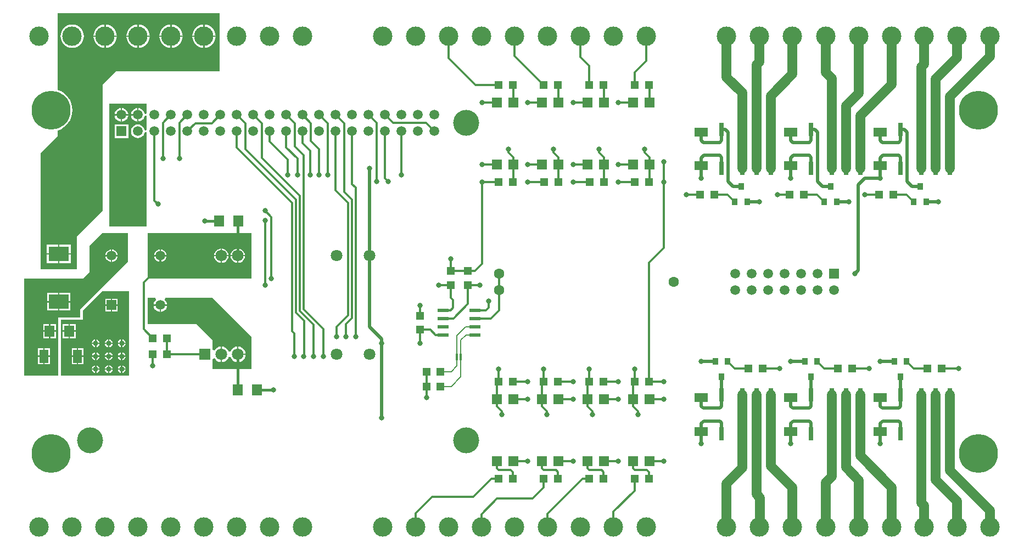
<source format=gtl>
%FSLAX44Y44*%
%MOMM*%
G71*
G01*
G75*
G04 Layer_Physical_Order=1*
G04 Layer_Color=255*
%ADD10R,1.3000X1.3000*%
%ADD11R,0.8500X1.0000*%
%ADD12R,0.8500X1.0000*%
%ADD13R,1.9998X1.3995*%
%ADD14R,1.9998X1.3995*%
%ADD15R,3.1000X2.3000*%
%ADD16R,1.6000X1.8000*%
%ADD17R,1.3000X1.3000*%
%ADD18R,1.8000X0.4995*%
%ADD19R,1.2700X1.2700*%
%ADD20R,1.2700X1.2700*%
%ADD21R,0.3000X1.0000*%
%ADD22R,1.5000X1.5000*%
%ADD23R,0.8000X2.0000*%
%ADD24R,1.3995X1.9998*%
%ADD25R,1.3995X1.9998*%
%ADD26C,0.3000*%
%ADD27C,0.4000*%
%ADD28C,0.5000*%
%ADD29C,0.2000*%
%ADD30C,1.5000*%
%ADD31C,3.0000*%
%ADD32R,1.5000X1.5000*%
%ADD33C,1.5000*%
%ADD34R,1.8000X1.8000*%
%ADD35C,1.8000*%
%ADD36C,1.6000*%
%ADD37C,6.0000*%
%ADD38C,4.0000*%
%ADD39C,0.8000*%
G36*
X369000Y430000D02*
X209000D01*
Y500000D01*
X369000D01*
Y430000D01*
D02*
G37*
G36*
Y340000D02*
Y290000D01*
X309000D01*
Y300800D01*
X309300D01*
Y305539D01*
X312218Y306748D01*
X314142Y304242D01*
X316648Y302318D01*
X319567Y301109D01*
X321700Y300828D01*
Y312800D01*
Y324772D01*
X319567Y324491D01*
X316648Y323282D01*
X314142Y321358D01*
X312218Y318852D01*
X309300Y320061D01*
Y324800D01*
X309000D01*
Y335000D01*
X284000Y360000D01*
X209000D01*
Y400000D01*
X221051D01*
X222015Y397159D01*
X221011Y396389D01*
X219328Y394195D01*
X218270Y391641D01*
X218041Y389900D01*
X238959D01*
X238730Y391641D01*
X237672Y394195D01*
X235989Y396389D01*
X234984Y397159D01*
X235949Y400000D01*
X309000D01*
X369000Y340000D01*
D02*
G37*
G36*
X207500Y684295D02*
X206050Y684200D01*
Y684200D01*
X204506Y684099D01*
X204330Y685441D01*
X203272Y687995D01*
X201589Y690189D01*
X199395Y691872D01*
X196841Y692930D01*
X195100Y693159D01*
Y682700D01*
Y672241D01*
X196841Y672470D01*
X199395Y673528D01*
X201589Y675211D01*
X203272Y677405D01*
X204330Y679959D01*
X204506Y681301D01*
X206050Y681200D01*
Y681200D01*
X207500Y681105D01*
Y658895D01*
X206050Y658800D01*
Y658800D01*
X204506Y658699D01*
X204330Y660041D01*
X203272Y662595D01*
X201589Y664789D01*
X199395Y666472D01*
X196841Y667530D01*
X194100Y667891D01*
X191359Y667530D01*
X188805Y666472D01*
X186611Y664789D01*
X184928Y662595D01*
X183870Y660041D01*
X183509Y657300D01*
X183870Y654559D01*
X184928Y652005D01*
X186611Y649811D01*
X188805Y648128D01*
X191359Y647070D01*
X194100Y646709D01*
X196841Y647070D01*
X199395Y648128D01*
X201589Y649811D01*
X203272Y652005D01*
X204330Y654559D01*
X204506Y655901D01*
X206050Y655800D01*
Y655800D01*
X207500Y655705D01*
Y510000D01*
X150000D01*
Y700000D01*
X207500D01*
Y684295D01*
D02*
G37*
G36*
X320000Y750000D02*
X160000D01*
X140000Y730000D01*
Y535000D01*
X100000Y495000D01*
Y444000D01*
X44000D01*
Y624000D01*
X70000Y650000D01*
Y658463D01*
X70229Y658518D01*
X75028Y660506D01*
X79457Y663220D01*
X83407Y666593D01*
X86780Y670543D01*
X89494Y674972D01*
X91482Y679771D01*
X92695Y684822D01*
X93102Y690000D01*
X92695Y695178D01*
X91482Y700229D01*
X89494Y705028D01*
X86780Y709457D01*
X83407Y713407D01*
X79457Y716780D01*
X75028Y719494D01*
X70229Y721482D01*
X70000Y721537D01*
Y840000D01*
X320000D01*
Y750000D01*
D02*
G37*
G36*
X180000Y280000D02*
X75000D01*
Y366000D01*
X109000D01*
Y380000D01*
X139000Y410000D01*
X180000D01*
Y280000D01*
D02*
G37*
G36*
X179000Y456000D02*
X105000Y382000D01*
Y370000D01*
X71000D01*
Y280000D01*
X19000D01*
Y430000D01*
X109000D01*
X119000Y440000D01*
Y480000D01*
X139000Y500000D01*
X179000D01*
Y456000D01*
D02*
G37*
%LPC*%
G36*
X134919Y329000D02*
X130000D01*
Y324081D01*
X131341Y324348D01*
X133326Y325674D01*
X134652Y327659D01*
X134919Y329000D01*
D02*
G37*
G36*
X128000D02*
X123081D01*
X123348Y327659D01*
X124674Y325674D01*
X126659Y324348D01*
X128000Y324081D01*
Y329000D01*
D02*
G37*
G36*
X347100Y324772D02*
X344967Y324491D01*
X342048Y323282D01*
X339542Y321358D01*
X337618Y318852D01*
X336900Y317118D01*
X333900D01*
X333182Y318852D01*
X331259Y321358D01*
X328752Y323282D01*
X325833Y324491D01*
X323700Y324772D01*
Y312800D01*
Y300828D01*
X325833Y301109D01*
X328752Y302318D01*
X331259Y304242D01*
X333182Y306748D01*
X333900Y308482D01*
X336900D01*
X337618Y306748D01*
X339542Y304242D01*
X342048Y302318D01*
X344967Y301109D01*
X347100Y300828D01*
Y312800D01*
Y324772D01*
D02*
G37*
G36*
X168000Y329000D02*
X163081D01*
X163348Y327659D01*
X164674Y325674D01*
X166659Y324348D01*
X168000Y324081D01*
Y329000D01*
D02*
G37*
G36*
X154919D02*
X150000D01*
Y324081D01*
X151341Y324348D01*
X153326Y325674D01*
X154652Y327659D01*
X154919Y329000D01*
D02*
G37*
G36*
X148000D02*
X143081D01*
X143348Y327659D01*
X144674Y325674D01*
X146659Y324348D01*
X148000Y324081D01*
Y329000D01*
D02*
G37*
G36*
X150000Y315919D02*
Y311000D01*
X154919D01*
X154652Y312341D01*
X153326Y314326D01*
X151341Y315652D01*
X150000Y315919D01*
D02*
G37*
G36*
X148000D02*
X146659Y315652D01*
X144674Y314326D01*
X143348Y312341D01*
X143081Y311000D01*
X148000D01*
Y315919D01*
D02*
G37*
G36*
X130000D02*
Y311000D01*
X134919D01*
X134652Y312341D01*
X133326Y314326D01*
X131341Y315652D01*
X130000Y315919D01*
D02*
G37*
G36*
X349100Y324772D02*
Y313800D01*
X360072D01*
X359791Y315933D01*
X358582Y318852D01*
X356659Y321358D01*
X354152Y323282D01*
X351233Y324491D01*
X349100Y324772D01*
D02*
G37*
G36*
X170000Y315919D02*
Y311000D01*
X174919D01*
X174652Y312341D01*
X173326Y314326D01*
X171341Y315652D01*
X170000Y315919D01*
D02*
G37*
G36*
X168000D02*
X166659Y315652D01*
X164674Y314326D01*
X163348Y312341D01*
X163081Y311000D01*
X168000D01*
Y315919D01*
D02*
G37*
G36*
X174919Y329000D02*
X170000D01*
Y324081D01*
X171341Y324348D01*
X173326Y325674D01*
X174652Y327659D01*
X174919Y329000D01*
D02*
G37*
G36*
X168000Y335919D02*
X166659Y335652D01*
X164674Y334326D01*
X163348Y332341D01*
X163081Y331000D01*
X168000D01*
Y335919D01*
D02*
G37*
G36*
X150000D02*
Y331000D01*
X154919D01*
X154652Y332341D01*
X153326Y334326D01*
X151341Y335652D01*
X150000Y335919D01*
D02*
G37*
G36*
X57000Y360000D02*
X48000D01*
Y350000D01*
X57000D01*
Y360000D01*
D02*
G37*
G36*
X68000Y348000D02*
X59000D01*
Y338000D01*
X68000D01*
Y348000D01*
D02*
G37*
G36*
X57000D02*
X48000D01*
Y338000D01*
X57000D01*
Y348000D01*
D02*
G37*
G36*
X170000Y335919D02*
Y331000D01*
X174919D01*
X174652Y332341D01*
X173326Y334326D01*
X171341Y335652D01*
X170000Y335919D01*
D02*
G37*
G36*
X87000Y348000D02*
X78000D01*
Y338000D01*
X87000D01*
Y348000D01*
D02*
G37*
G36*
X128000Y335919D02*
X126659Y335652D01*
X124674Y334326D01*
X123348Y332341D01*
X123081Y331000D01*
X128000D01*
Y335919D01*
D02*
G37*
G36*
X98000Y348000D02*
X89000D01*
Y338000D01*
X98000D01*
Y348000D01*
D02*
G37*
G36*
X148000Y335919D02*
X146659Y335652D01*
X144674Y334326D01*
X143348Y332341D01*
X143081Y331000D01*
X148000D01*
Y335919D01*
D02*
G37*
G36*
X130000D02*
Y331000D01*
X134919D01*
X134652Y332341D01*
X133326Y334326D01*
X131341Y335652D01*
X130000Y335919D01*
D02*
G37*
G36*
X68000Y360000D02*
X59000D01*
Y350000D01*
X68000D01*
Y360000D01*
D02*
G37*
G36*
X150000Y295919D02*
Y291000D01*
X154919D01*
X154652Y292341D01*
X153326Y294326D01*
X151341Y295652D01*
X150000Y295919D01*
D02*
G37*
G36*
X148000D02*
X146659Y295652D01*
X144674Y294326D01*
X143348Y292341D01*
X143081Y291000D01*
X148000D01*
Y295919D01*
D02*
G37*
G36*
X130000D02*
Y291000D01*
X134919D01*
X134652Y292341D01*
X133326Y294326D01*
X131341Y295652D01*
X130000Y295919D01*
D02*
G37*
G36*
X168000D02*
X166659Y295652D01*
X164674Y294326D01*
X163348Y292341D01*
X163081Y291000D01*
X168000D01*
Y295919D01*
D02*
G37*
G36*
X58046Y309000D02*
X50048D01*
Y298001D01*
X58046D01*
Y309000D01*
D02*
G37*
G36*
X48049D02*
X40051D01*
Y298001D01*
X48049D01*
Y309000D01*
D02*
G37*
G36*
X170000Y295919D02*
Y291000D01*
X174919D01*
X174652Y292341D01*
X173326Y294326D01*
X171341Y295652D01*
X170000Y295919D01*
D02*
G37*
G36*
X148000Y289000D02*
X143081D01*
X143348Y287659D01*
X144674Y285674D01*
X146659Y284348D01*
X148000Y284081D01*
Y289000D01*
D02*
G37*
G36*
X134919D02*
X130000D01*
Y284081D01*
X131341Y284348D01*
X133326Y285674D01*
X134652Y287659D01*
X134919Y289000D01*
D02*
G37*
G36*
X128000D02*
X123081D01*
X123348Y287659D01*
X124674Y285674D01*
X126659Y284348D01*
X128000Y284081D01*
Y289000D01*
D02*
G37*
G36*
X154919D02*
X150000D01*
Y284081D01*
X151341Y284348D01*
X153326Y285674D01*
X154652Y287659D01*
X154919Y289000D01*
D02*
G37*
G36*
X128000Y295919D02*
X126659Y295652D01*
X124674Y294326D01*
X123348Y292341D01*
X123081Y291000D01*
X128000D01*
Y295919D01*
D02*
G37*
G36*
X174919Y289000D02*
X170000D01*
Y284081D01*
X171341Y284348D01*
X173326Y285674D01*
X174652Y287659D01*
X174919Y289000D01*
D02*
G37*
G36*
X168000D02*
X163081D01*
X163348Y287659D01*
X164674Y285674D01*
X166659Y284348D01*
X168000Y284081D01*
Y289000D01*
D02*
G37*
G36*
X48049Y321999D02*
X40051D01*
Y311000D01*
X48049D01*
Y321999D01*
D02*
G37*
G36*
X174919Y309000D02*
X170000D01*
Y304081D01*
X171341Y304348D01*
X173326Y305674D01*
X174652Y307659D01*
X174919Y309000D01*
D02*
G37*
G36*
X168000D02*
X163081D01*
X163348Y307659D01*
X164674Y305674D01*
X166659Y304348D01*
X168000Y304081D01*
Y309000D01*
D02*
G37*
G36*
X58046Y321999D02*
X50048D01*
Y311000D01*
X58046D01*
Y321999D01*
D02*
G37*
G36*
X128000Y315919D02*
X126659Y315652D01*
X124674Y314326D01*
X123348Y312341D01*
X123081Y311000D01*
X128000D01*
Y315919D01*
D02*
G37*
G36*
X109998Y321999D02*
X102000D01*
Y311000D01*
X109998D01*
Y321999D01*
D02*
G37*
G36*
X100000D02*
X92002D01*
Y311000D01*
X100000D01*
Y321999D01*
D02*
G37*
G36*
X360072Y311800D02*
X349100D01*
Y300828D01*
X351233Y301109D01*
X354152Y302318D01*
X356659Y304242D01*
X358582Y306748D01*
X359791Y309667D01*
X360072Y311800D01*
D02*
G37*
G36*
X109998Y309000D02*
X102000D01*
Y298001D01*
X109998D01*
Y309000D01*
D02*
G37*
G36*
X100000D02*
X92002D01*
Y298001D01*
X100000D01*
Y309000D01*
D02*
G37*
G36*
X128000D02*
X123081D01*
X123348Y307659D01*
X124674Y305674D01*
X126659Y304348D01*
X128000Y304081D01*
Y309000D01*
D02*
G37*
G36*
X154919D02*
X150000D01*
Y304081D01*
X151341Y304348D01*
X153326Y305674D01*
X154652Y307659D01*
X154919Y309000D01*
D02*
G37*
G36*
X148000D02*
X143081D01*
X143348Y307659D01*
X144674Y305674D01*
X146659Y304348D01*
X148000Y304081D01*
Y309000D01*
D02*
G37*
G36*
X134919D02*
X130000D01*
Y304081D01*
X131341Y304348D01*
X133326Y305674D01*
X134652Y307659D01*
X134919Y309000D01*
D02*
G37*
G36*
X87000Y360000D02*
X78000D01*
Y350000D01*
X87000D01*
Y360000D01*
D02*
G37*
G36*
X193100Y693159D02*
X191359Y692930D01*
X188805Y691872D01*
X186611Y690189D01*
X184928Y687995D01*
X183870Y685441D01*
X183641Y683700D01*
X193100D01*
Y693159D01*
D02*
G37*
G36*
X169700D02*
Y683700D01*
X179159D01*
X178930Y685441D01*
X177872Y687995D01*
X176189Y690189D01*
X173995Y691872D01*
X171441Y692930D01*
X169700Y693159D01*
D02*
G37*
G36*
X167700D02*
X165959Y692930D01*
X163405Y691872D01*
X161211Y690189D01*
X159528Y687995D01*
X158470Y685441D01*
X158241Y683700D01*
X167700D01*
Y693159D01*
D02*
G37*
G36*
X161489Y803000D02*
X144500D01*
Y786011D01*
X147029Y786261D01*
X150422Y787290D01*
X153549Y788961D01*
X156290Y791210D01*
X158539Y793951D01*
X160210Y797078D01*
X161239Y800471D01*
X161489Y803000D01*
D02*
G37*
G36*
X142500D02*
X125511D01*
X125760Y800471D01*
X126790Y797078D01*
X128461Y793951D01*
X130710Y791210D01*
X133451Y788961D01*
X136578Y787290D01*
X139971Y786261D01*
X142500Y786011D01*
Y803000D01*
D02*
G37*
G36*
X92700Y822087D02*
X89171Y821740D01*
X85778Y820710D01*
X82651Y819039D01*
X79910Y816789D01*
X77661Y814049D01*
X75990Y810922D01*
X74960Y807529D01*
X74613Y804000D01*
X74960Y800471D01*
X75990Y797078D01*
X77661Y793951D01*
X79910Y791210D01*
X82651Y788961D01*
X85778Y787290D01*
X89171Y786261D01*
X92700Y785913D01*
X96229Y786261D01*
X99622Y787290D01*
X102749Y788961D01*
X105490Y791210D01*
X107739Y793951D01*
X109410Y797078D01*
X110440Y800471D01*
X110787Y804000D01*
X110440Y807529D01*
X109410Y810922D01*
X107739Y814049D01*
X105490Y816789D01*
X102749Y819039D01*
X99622Y820710D01*
X96229Y821740D01*
X92700Y822087D01*
D02*
G37*
G36*
X193100Y681700D02*
X183641D01*
X183870Y679959D01*
X184928Y677405D01*
X186611Y675211D01*
X188805Y673528D01*
X191359Y672470D01*
X193100Y672241D01*
Y681700D01*
D02*
G37*
G36*
X90500Y482500D02*
X73000D01*
Y469000D01*
X90500D01*
Y482500D01*
D02*
G37*
G36*
X71000D02*
X53500D01*
Y469000D01*
X71000D01*
Y482500D01*
D02*
G37*
G36*
X349100Y476163D02*
Y466200D01*
X359063D01*
X358817Y468072D01*
X357709Y470747D01*
X355945Y473045D01*
X353647Y474808D01*
X350972Y475917D01*
X349100Y476163D01*
D02*
G37*
G36*
X179159Y681700D02*
X169700D01*
Y672241D01*
X171441Y672470D01*
X173995Y673528D01*
X176189Y675211D01*
X177872Y677405D01*
X178930Y679959D01*
X179159Y681700D01*
D02*
G37*
G36*
X167700D02*
X158241D01*
X158470Y679959D01*
X159528Y677405D01*
X161211Y675211D01*
X163405Y673528D01*
X165959Y672470D01*
X167700Y672241D01*
Y681700D01*
D02*
G37*
G36*
X179200Y667800D02*
X158200D01*
Y646800D01*
X179200D01*
Y667800D01*
D02*
G37*
G36*
X193300Y803000D02*
X176311D01*
X176560Y800471D01*
X177590Y797078D01*
X179261Y793951D01*
X181511Y791210D01*
X184251Y788961D01*
X187378Y787290D01*
X190771Y786261D01*
X193300Y786011D01*
Y803000D01*
D02*
G37*
G36*
X244100Y821989D02*
X241571Y821740D01*
X238178Y820710D01*
X235051Y819039D01*
X232311Y816789D01*
X230061Y814049D01*
X228390Y810922D01*
X227360Y807529D01*
X227111Y805000D01*
X244100D01*
Y821989D01*
D02*
G37*
G36*
X195300D02*
Y805000D01*
X212289D01*
X212040Y807529D01*
X211010Y810922D01*
X209339Y814049D01*
X207090Y816789D01*
X204349Y819039D01*
X201222Y820710D01*
X197829Y821740D01*
X195300Y821989D01*
D02*
G37*
G36*
X193300D02*
X190771Y821740D01*
X187378Y820710D01*
X184251Y819039D01*
X181511Y816789D01*
X179261Y814049D01*
X177590Y810922D01*
X176560Y807529D01*
X176311Y805000D01*
X193300D01*
Y821989D01*
D02*
G37*
G36*
X296900D02*
Y805000D01*
X313889D01*
X313640Y807529D01*
X312610Y810922D01*
X310939Y814049D01*
X308689Y816789D01*
X305949Y819039D01*
X302822Y820710D01*
X299429Y821740D01*
X296900Y821989D01*
D02*
G37*
G36*
X294900D02*
X292371Y821740D01*
X288978Y820710D01*
X285851Y819039D01*
X283111Y816789D01*
X280861Y814049D01*
X279190Y810922D01*
X278160Y807529D01*
X277911Y805000D01*
X294900D01*
Y821989D01*
D02*
G37*
G36*
X246100D02*
Y805000D01*
X263089D01*
X262840Y807529D01*
X261810Y810922D01*
X260139Y814049D01*
X257889Y816789D01*
X255149Y819039D01*
X252022Y820710D01*
X248629Y821740D01*
X246100Y821989D01*
D02*
G37*
G36*
X144500D02*
Y805000D01*
X161489D01*
X161239Y807529D01*
X160210Y810922D01*
X158539Y814049D01*
X156290Y816789D01*
X153549Y819039D01*
X150422Y820710D01*
X147029Y821740D01*
X144500Y821989D01*
D02*
G37*
G36*
X263089Y803000D02*
X246100D01*
Y786011D01*
X248629Y786261D01*
X252022Y787290D01*
X255149Y788961D01*
X257889Y791210D01*
X260139Y793951D01*
X261810Y797078D01*
X262840Y800471D01*
X263089Y803000D01*
D02*
G37*
G36*
X244100D02*
X227111D01*
X227360Y800471D01*
X228390Y797078D01*
X230061Y793951D01*
X232311Y791210D01*
X235051Y788961D01*
X238178Y787290D01*
X241571Y786261D01*
X244100Y786011D01*
Y803000D01*
D02*
G37*
G36*
X212289D02*
X195300D01*
Y786011D01*
X197829Y786261D01*
X201222Y787290D01*
X204349Y788961D01*
X207090Y791210D01*
X209339Y793951D01*
X211010Y797078D01*
X212040Y800471D01*
X212289Y803000D01*
D02*
G37*
G36*
X142500Y821989D02*
X139971Y821740D01*
X136578Y820710D01*
X133451Y819039D01*
X130710Y816789D01*
X128461Y814049D01*
X126790Y810922D01*
X125760Y807529D01*
X125511Y805000D01*
X142500D01*
Y821989D01*
D02*
G37*
G36*
X313889Y803000D02*
X296900D01*
Y786011D01*
X299429Y786261D01*
X302822Y787290D01*
X305949Y788961D01*
X308689Y791210D01*
X310939Y793951D01*
X312610Y797078D01*
X313640Y800471D01*
X313889Y803000D01*
D02*
G37*
G36*
X294900D02*
X277911D01*
X278160Y800471D01*
X279190Y797078D01*
X280861Y793951D01*
X283111Y791210D01*
X285851Y788961D01*
X288978Y787290D01*
X292371Y786261D01*
X294900Y786011D01*
Y803000D01*
D02*
G37*
G36*
X347100Y476163D02*
X345228Y475917D01*
X342552Y474808D01*
X340255Y473045D01*
X338492Y470747D01*
X337383Y468072D01*
X337137Y466200D01*
X347100D01*
Y476163D01*
D02*
G37*
G36*
X71000Y407500D02*
X54500D01*
Y395000D01*
X71000D01*
Y407500D01*
D02*
G37*
G36*
X163000Y398400D02*
X154500D01*
Y389900D01*
X163000D01*
Y398400D01*
D02*
G37*
G36*
X152500D02*
X144000D01*
Y389900D01*
X152500D01*
Y398400D01*
D02*
G37*
G36*
X90500Y467000D02*
X73000D01*
Y453500D01*
X90500D01*
Y467000D01*
D02*
G37*
G36*
X71000D02*
X53500D01*
Y453500D01*
X71000D01*
Y467000D01*
D02*
G37*
G36*
X89500Y407500D02*
X73000D01*
Y395000D01*
X89500D01*
Y407500D01*
D02*
G37*
G36*
Y393000D02*
X73000D01*
Y380500D01*
X89500D01*
Y393000D01*
D02*
G37*
G36*
X238959Y387900D02*
X229500D01*
Y378441D01*
X231241Y378670D01*
X233795Y379728D01*
X235989Y381411D01*
X237672Y383605D01*
X238730Y386159D01*
X238959Y387900D01*
D02*
G37*
G36*
X227500D02*
X218041D01*
X218270Y386159D01*
X219328Y383605D01*
X221011Y381411D01*
X223205Y379728D01*
X225759Y378670D01*
X227500Y378441D01*
Y387900D01*
D02*
G37*
G36*
X98000Y360000D02*
X89000D01*
Y350000D01*
X98000D01*
Y360000D01*
D02*
G37*
G36*
X71000Y393000D02*
X54500D01*
Y380500D01*
X71000D01*
Y393000D01*
D02*
G37*
G36*
X163000Y387900D02*
X154500D01*
Y379400D01*
X163000D01*
Y387900D01*
D02*
G37*
G36*
X152500D02*
X144000D01*
Y379400D01*
X152500D01*
Y387900D01*
D02*
G37*
G36*
X321700Y464200D02*
X311737D01*
X311983Y462328D01*
X313092Y459652D01*
X314855Y457355D01*
X317153Y455592D01*
X319828Y454483D01*
X321700Y454237D01*
Y464200D01*
D02*
G37*
G36*
X227500Y474550D02*
X226020Y474355D01*
X223709Y473398D01*
X221725Y471875D01*
X220202Y469891D01*
X219244Y467580D01*
X219050Y466100D01*
X227500D01*
Y474550D01*
D02*
G37*
G36*
X154500D02*
Y466100D01*
X162950D01*
X162756Y467580D01*
X161798Y469891D01*
X160275Y471875D01*
X158291Y473398D01*
X155980Y474355D01*
X154500Y474550D01*
D02*
G37*
G36*
X152500D02*
X151020Y474355D01*
X148709Y473398D01*
X146725Y471875D01*
X145202Y469891D01*
X144244Y467580D01*
X144050Y466100D01*
X152500D01*
Y474550D01*
D02*
G37*
G36*
X323700Y476163D02*
Y466200D01*
X333663D01*
X333417Y468072D01*
X332309Y470747D01*
X330545Y473045D01*
X328247Y474808D01*
X325572Y475917D01*
X323700Y476163D01*
D02*
G37*
G36*
X321700D02*
X319828Y475917D01*
X317153Y474808D01*
X314855Y473045D01*
X313092Y470747D01*
X311983Y468072D01*
X311737Y466200D01*
X321700D01*
Y476163D01*
D02*
G37*
G36*
X229500Y474550D02*
Y466100D01*
X237950D01*
X237756Y467580D01*
X236798Y469891D01*
X235275Y471875D01*
X233291Y473398D01*
X230980Y474355D01*
X229500Y474550D01*
D02*
G37*
G36*
X237950Y464100D02*
X229500D01*
Y455650D01*
X230980Y455844D01*
X233291Y456802D01*
X235275Y458325D01*
X236798Y460309D01*
X237756Y462620D01*
X237950Y464100D01*
D02*
G37*
G36*
X359063Y464200D02*
X349100D01*
Y454237D01*
X350972Y454483D01*
X353647Y455592D01*
X355945Y457355D01*
X357709Y459652D01*
X358817Y462328D01*
X359063Y464200D01*
D02*
G37*
G36*
X347100D02*
X337137D01*
X337383Y462328D01*
X338492Y459652D01*
X340255Y457355D01*
X342552Y455592D01*
X345228Y454483D01*
X347100Y454237D01*
Y464200D01*
D02*
G37*
G36*
X333663D02*
X323700D01*
Y454237D01*
X325572Y454483D01*
X328247Y455592D01*
X330545Y457355D01*
X332309Y459652D01*
X333417Y462328D01*
X333663Y464200D01*
D02*
G37*
G36*
X227500Y464100D02*
X219050D01*
X219244Y462620D01*
X220202Y460309D01*
X221725Y458325D01*
X223709Y456802D01*
X226020Y455844D01*
X227500Y455650D01*
Y464100D01*
D02*
G37*
G36*
X162950D02*
X154500D01*
Y455650D01*
X155980Y455844D01*
X158291Y456802D01*
X160275Y458325D01*
X161798Y460309D01*
X162756Y462620D01*
X162950Y464100D01*
D02*
G37*
G36*
X152500D02*
X144050D01*
X144244Y462620D01*
X145202Y460309D01*
X146725Y458325D01*
X148709Y456802D01*
X151020Y455844D01*
X152500Y455650D01*
Y464100D01*
D02*
G37*
%LPD*%
D10*
X1135230Y291000D02*
D03*
X1157230D02*
D03*
X1273230D02*
D03*
X1295230D02*
D03*
X1411230D02*
D03*
X1433230D02*
D03*
X239000Y338000D02*
D03*
X217000D02*
D03*
X239000Y313000D02*
D03*
X217000D02*
D03*
X960000Y271000D02*
D03*
X982000D02*
D03*
X890000D02*
D03*
X912000D02*
D03*
X820000D02*
D03*
X842000D02*
D03*
X750000D02*
D03*
X772000D02*
D03*
X750000Y121000D02*
D03*
X772000D02*
D03*
X960000D02*
D03*
X982000D02*
D03*
X820000D02*
D03*
X842000D02*
D03*
X890000D02*
D03*
X912000D02*
D03*
X1082770Y559000D02*
D03*
X1060770D02*
D03*
X1220770D02*
D03*
X1198770D02*
D03*
X1358770D02*
D03*
X1336770D02*
D03*
X842500Y579000D02*
D03*
X820500D02*
D03*
X772500D02*
D03*
X750500D02*
D03*
X912500D02*
D03*
X890500D02*
D03*
X982500D02*
D03*
X960500D02*
D03*
X750000Y729000D02*
D03*
X772000D02*
D03*
X820000D02*
D03*
X842000D02*
D03*
X890000D02*
D03*
X912000D02*
D03*
X960000D02*
D03*
X982000D02*
D03*
D11*
X1103500Y302000D02*
D03*
X1094000Y278000D02*
D03*
X1241500Y302000D02*
D03*
X1232000Y278000D02*
D03*
X1379500Y302000D02*
D03*
X1370000Y278000D02*
D03*
X1114500Y548000D02*
D03*
X1124000Y572000D02*
D03*
X1252500Y548000D02*
D03*
X1262000Y572000D02*
D03*
X1390500Y548000D02*
D03*
X1400000Y572000D02*
D03*
D12*
X1084500Y302000D02*
D03*
X1222500D02*
D03*
X1360500D02*
D03*
X1133500Y548000D02*
D03*
X1271500D02*
D03*
X1409500D02*
D03*
D13*
X1201000Y656000D02*
D03*
X1339000D02*
D03*
X1063000Y246000D02*
D03*
X1201000D02*
D03*
X1339000D02*
D03*
X1063000Y656000D02*
D03*
D14*
X1201000Y604049D02*
D03*
X1339000D02*
D03*
X1063000Y194049D02*
D03*
X1201000D02*
D03*
X1339000D02*
D03*
X1063000Y604049D02*
D03*
D15*
X72000Y468000D02*
D03*
Y394000D02*
D03*
D16*
X349000Y519000D02*
D03*
X319000D02*
D03*
X348000Y258000D02*
D03*
X378000D02*
D03*
X88000Y349000D02*
D03*
X58000D02*
D03*
D17*
X702500Y420000D02*
D03*
Y442000D02*
D03*
X676500Y420000D02*
D03*
Y442000D02*
D03*
D18*
X664999Y343000D02*
D03*
Y355700D02*
D03*
Y368400D02*
D03*
Y381100D02*
D03*
X714000D02*
D03*
Y368400D02*
D03*
Y355700D02*
D03*
Y343000D02*
D03*
D19*
X629000Y372336D02*
D03*
Y351000D02*
D03*
D20*
X639000Y286000D02*
D03*
X660336D02*
D03*
X639000Y263000D02*
D03*
X660336D02*
D03*
D21*
X692000Y309000D02*
D03*
X686000D02*
D03*
D22*
X747300Y148000D02*
D03*
X772700D02*
D03*
Y244000D02*
D03*
X747300D02*
D03*
X957300Y148000D02*
D03*
X982700D02*
D03*
Y244000D02*
D03*
X957300D02*
D03*
X887300Y148000D02*
D03*
X912700D02*
D03*
Y244000D02*
D03*
X887300D02*
D03*
X817300Y148000D02*
D03*
X842700D02*
D03*
Y244000D02*
D03*
X817300D02*
D03*
X772700Y702000D02*
D03*
X747300D02*
D03*
Y606000D02*
D03*
X772700D02*
D03*
X842700Y702000D02*
D03*
X817300D02*
D03*
Y606000D02*
D03*
X842700D02*
D03*
X912700Y702000D02*
D03*
X887300D02*
D03*
Y606000D02*
D03*
X912700D02*
D03*
X982700Y702000D02*
D03*
X957300D02*
D03*
Y606000D02*
D03*
X982700D02*
D03*
X168700Y657300D02*
D03*
X1267200Y437700D02*
D03*
D23*
X1094000Y190000D02*
D03*
X1126000D02*
D03*
X1148000D02*
D03*
X1170000D02*
D03*
Y250000D02*
D03*
X1148000D02*
D03*
X1126000D02*
D03*
X1094000D02*
D03*
X1232000Y190000D02*
D03*
X1264000D02*
D03*
X1286000D02*
D03*
X1308000D02*
D03*
Y250000D02*
D03*
X1286000D02*
D03*
X1264000D02*
D03*
X1232000D02*
D03*
X1370000Y190000D02*
D03*
X1402000D02*
D03*
X1424000D02*
D03*
X1446000D02*
D03*
Y250000D02*
D03*
X1424000D02*
D03*
X1402000D02*
D03*
X1370000D02*
D03*
X1094000Y600000D02*
D03*
X1126000D02*
D03*
X1148000D02*
D03*
X1170000D02*
D03*
Y660000D02*
D03*
X1148000D02*
D03*
X1126000D02*
D03*
X1094000D02*
D03*
X1232000Y600000D02*
D03*
X1264000D02*
D03*
X1286000D02*
D03*
X1308000D02*
D03*
Y660000D02*
D03*
X1286000D02*
D03*
X1264000D02*
D03*
X1232000D02*
D03*
X1370000Y600000D02*
D03*
X1402000D02*
D03*
X1424000D02*
D03*
X1446000D02*
D03*
Y660000D02*
D03*
X1424000D02*
D03*
X1402000D02*
D03*
X1370000D02*
D03*
D24*
X49049Y310000D02*
D03*
D25*
X101000D02*
D03*
D26*
X1040000Y559000D02*
X1060770D01*
X1198270Y559500D02*
X1198770Y559000D01*
X1180000Y559500D02*
X1198270D01*
X1336270D02*
X1336770Y559000D01*
X1315000Y559500D02*
X1336270D01*
X480000Y310000D02*
Y352000D01*
X465000Y310000D02*
Y358515D01*
X450000Y310000D02*
X450500Y310500D01*
X524300Y575700D02*
X530000Y570000D01*
X232500Y615000D02*
Y670300D01*
X258000Y615000D02*
Y670400D01*
X437500Y377529D02*
Y552000D01*
X359500Y630000D02*
X437500Y552000D01*
X359500Y630000D02*
Y669700D01*
X435000Y310000D02*
Y345000D01*
X431500Y348500D02*
X435000Y345000D01*
X431500Y348500D02*
Y547000D01*
X346500Y632000D02*
X431500Y547000D01*
X450500Y310500D02*
Y364529D01*
X437500Y377529D02*
X450500Y364529D01*
X443500Y380015D02*
X465000Y358515D01*
X443500Y380015D02*
Y557500D01*
X385000Y616000D02*
X443500Y557500D01*
X385000Y616000D02*
Y669600D01*
X449500Y382500D02*
X480000Y352000D01*
X449500Y382500D02*
Y620500D01*
X346500Y632000D02*
Y657300D01*
Y682700D02*
X359500Y669700D01*
X371900Y682700D02*
X385000Y669600D01*
X258000Y670400D02*
X270300Y682700D01*
X232500Y670300D02*
X244900Y682700D01*
X979500Y271000D02*
X1005000D01*
X982000Y271000D02*
Y454500D01*
X1005000Y477500D01*
Y579000D01*
Y610000D01*
X400000Y430000D02*
Y525000D01*
X390000Y535000D02*
X400000Y525000D01*
X390000Y420000D02*
Y520000D01*
X425000Y590000D02*
Y613500D01*
X397300Y641200D02*
X425000Y613500D01*
X397300Y641200D02*
Y657300D01*
X440000Y590000D02*
Y615000D01*
X422700Y632300D02*
X440000Y615000D01*
X422700Y632300D02*
Y657300D01*
X436000Y634000D02*
X449500Y620500D01*
X436000Y634000D02*
Y669400D01*
X422700Y682700D02*
X436000Y669400D01*
X473500Y590000D02*
Y629500D01*
X461000Y642000D02*
X473500Y629500D01*
X460000Y590000D02*
Y627500D01*
X448100Y639400D02*
X460000Y627500D01*
X448100Y639400D02*
Y657300D01*
X461000Y642000D02*
Y669800D01*
X448100Y682700D02*
X461000Y669800D01*
X486500Y590000D02*
Y669700D01*
X473500Y682700D02*
X486500Y669700D01*
X498900Y566100D02*
X518000Y547000D01*
Y373500D02*
Y547000D01*
X500000Y355500D02*
X518000Y373500D01*
X500000Y340000D02*
Y355500D01*
X524000Y368500D02*
Y552000D01*
X515000Y359500D02*
X524000Y368500D01*
X515000Y340000D02*
Y359500D01*
X512000Y564000D02*
X524000Y552000D01*
X512000Y564000D02*
Y580000D01*
X530000Y340500D02*
Y570000D01*
X219500Y550500D02*
X225000Y545000D01*
X219500Y550500D02*
Y657300D01*
X702500Y420000D02*
X721000D01*
X658000D02*
X676500D01*
X960000Y271000D02*
Y290000D01*
X890000Y271000D02*
Y290000D01*
X820000Y271000D02*
Y290000D01*
X750000Y271000D02*
Y290000D01*
X498900Y566100D02*
Y657300D01*
X512000Y580000D02*
Y669600D01*
X498900Y682700D02*
X512000Y669600D01*
X524300Y575700D02*
Y657300D01*
X629000Y330000D02*
Y351000D01*
X348000Y519000D02*
X348100Y518900D01*
X348000Y258000D02*
X348100Y258100D01*
X217000Y295000D02*
Y313000D01*
X297100D02*
X297300Y312800D01*
X239000Y313000D02*
X297100D01*
X239000D02*
Y338000D01*
X228500Y449500D02*
Y465100D01*
X203000Y424000D02*
X228500Y449500D01*
X203000Y352000D02*
Y424000D01*
Y352000D02*
X217000Y338000D01*
X639000Y246000D02*
X639000Y246000D01*
Y263000D01*
Y286000D01*
X739000Y121000D02*
X750000D01*
X711000Y93000D02*
X739000Y121000D01*
X648000Y93000D02*
X711000D01*
X622600Y67600D02*
X648000Y93000D01*
X803000Y90000D02*
X820000Y107000D01*
Y121000D01*
X880000D02*
X890000D01*
X825800Y66800D02*
X880000Y121000D01*
X622600Y804000D02*
X623000D01*
X1358770Y559000D02*
X1379500D01*
X1390500Y548000D01*
X1241500Y559000D02*
X1252500Y548000D01*
X1220770Y559000D02*
X1241500D01*
X1103500D02*
X1114500Y548000D01*
X1082770Y559000D02*
X1103500D01*
X1379500Y302000D02*
X1390500Y291000D01*
X1411230D01*
X1433230D02*
X1460000D01*
X1295230D02*
X1322000D01*
X1252500D02*
X1273230D01*
X1241500Y302000D02*
X1252500Y291000D01*
X1157230D02*
X1184000D01*
X1114500D02*
X1135230D01*
X1103500Y302000D02*
X1114500Y291000D01*
X982700Y702000D02*
Y728300D01*
X982000Y729000D02*
X982700Y728300D01*
X935000Y702000D02*
X957300D01*
X982700Y579200D02*
Y606000D01*
X982500Y579000D02*
X982700Y579200D01*
X935000Y606000D02*
X957300D01*
X935000Y579000D02*
X960500D01*
X865000D02*
X890500D01*
X865000Y606000D02*
X887300D01*
X912500Y579000D02*
X912700Y579200D01*
Y606000D01*
X865000Y702000D02*
X887300D01*
X912000Y729000D02*
X912700Y728300D01*
Y702000D02*
Y728300D01*
X795000Y579000D02*
X820500D01*
X795000Y606000D02*
X817300D01*
X842500Y579000D02*
X842700Y579200D01*
Y606000D01*
X795000Y702000D02*
X817300D01*
X842000Y729000D02*
X842700Y728300D01*
Y702000D02*
Y728300D01*
X725000Y579000D02*
X750500D01*
X725000Y606000D02*
X747300D01*
X772500Y579000D02*
X772700Y579200D01*
Y606000D01*
X725000Y702000D02*
X747300D01*
X772000Y729000D02*
X772700Y728300D01*
Y702000D02*
Y728300D01*
X982700Y244000D02*
X1005000D01*
X957300Y270800D02*
X957500Y271000D01*
X957300Y244000D02*
Y270800D01*
X982700Y148000D02*
X1005000D01*
X982000Y121000D02*
Y131000D01*
X979000Y134000D02*
X982000Y131000D01*
X960000Y134000D02*
X979000D01*
X957300Y136700D02*
X960000Y134000D01*
X957300Y136700D02*
Y148000D01*
X887300Y136700D02*
Y148000D01*
Y136700D02*
X890000Y134000D01*
X909000D01*
X912000Y131000D01*
Y121000D02*
Y131000D01*
X912700Y148000D02*
X935000D01*
X887300Y244000D02*
Y270800D01*
X887500Y271000D01*
X912700Y244000D02*
X935000D01*
X817300Y136700D02*
Y148000D01*
Y136700D02*
X820000Y134000D01*
X839000D01*
X842000Y131000D01*
Y121000D02*
Y131000D01*
X842700Y148000D02*
X865000D01*
X817300Y244000D02*
Y270800D01*
X817500Y271000D01*
X842700Y244000D02*
X865000D01*
X747300Y136700D02*
Y148000D01*
Y136700D02*
X750000Y134000D01*
X769000D01*
X772000Y131000D01*
Y121000D02*
Y131000D01*
X772700Y148000D02*
X795000D01*
X747300Y244000D02*
Y270800D01*
X747500Y271000D01*
X772700Y244000D02*
X795000D01*
X653000Y343000D02*
X664999D01*
X676500Y442000D02*
X702500D01*
X714000Y368400D02*
X738400D01*
X751000Y381000D01*
Y412300D01*
Y437700D01*
X714000Y381100D02*
X731100D01*
X735000Y385000D01*
Y395000D01*
X664999Y368400D02*
X680400D01*
X645000Y351000D02*
X653000Y343000D01*
X629000Y351000D02*
X645000D01*
X629000Y372336D02*
Y388500D01*
X765000Y625000D02*
Y630000D01*
Y625000D02*
X772700Y617300D01*
Y606000D02*
Y617300D01*
X842700Y606000D02*
Y617300D01*
X835000Y625000D02*
X842700Y617300D01*
X835000Y625000D02*
Y630000D01*
X912700Y606000D02*
Y617300D01*
X905000Y625000D02*
X912700Y617300D01*
X905000Y625000D02*
Y630000D01*
X982700Y606000D02*
Y617300D01*
X975000Y625000D02*
X982700Y617300D01*
X975000Y625000D02*
Y630000D01*
X747300Y232700D02*
Y244000D01*
Y232700D02*
X755000Y225000D01*
Y220000D02*
Y225000D01*
X817300Y232700D02*
Y244000D01*
Y232700D02*
X825000Y225000D01*
Y220000D02*
Y225000D01*
X887300Y232700D02*
Y244000D01*
Y232700D02*
X895000Y225000D01*
Y220000D02*
Y225000D01*
X957300Y232700D02*
Y244000D01*
Y232700D02*
X965000Y225000D01*
Y220000D02*
Y225000D01*
X927400Y46000D02*
Y69900D01*
X960000Y102500D01*
Y121000D01*
X825800Y46000D02*
Y66800D01*
X622600Y46000D02*
Y67600D01*
X724200Y46000D02*
Y66200D01*
X748000Y90000D01*
X803000D01*
X960000Y729000D02*
Y748000D01*
X978200Y766200D01*
Y804000D01*
X890000Y729000D02*
Y758500D01*
X876600Y771900D02*
X890000Y758500D01*
X876600Y771900D02*
Y804000D01*
X775000Y774000D02*
X820000Y729000D01*
X775000Y774000D02*
Y804000D01*
X714500Y729000D02*
X750000D01*
X673400Y770100D02*
X714500Y729000D01*
X673400Y770100D02*
Y804000D01*
X680400Y368400D02*
X702500Y390500D01*
Y420000D01*
X664999Y381100D02*
X676100D01*
X676500Y400000D02*
Y420000D01*
X676100Y381100D02*
X680000Y385000D01*
Y396500D01*
X676500Y400000D02*
X680000Y396500D01*
X676500Y442000D02*
Y460000D01*
X795000Y579000D02*
X795000Y579000D01*
X702500Y442000D02*
X714000D01*
X725000Y453000D01*
Y579000D01*
X909500Y271000D02*
X935000D01*
X839500D02*
X865000D01*
X769500D02*
X795000D01*
X575100Y584900D02*
Y657300D01*
Y584900D02*
X580000Y580000D01*
Y579500D02*
Y580000D01*
X549700Y682700D02*
X562500Y669900D01*
Y580000D02*
Y669900D01*
X600500Y590000D02*
Y657300D01*
X270300D02*
X282500Y669500D01*
X307900D01*
X321100Y682700D01*
X638600Y670000D02*
X651300Y657300D01*
X587800Y670000D02*
X638600D01*
X575100Y682700D02*
X587800Y670000D01*
D27*
X297000Y519000D02*
X319000D01*
X348100Y465200D02*
Y518900D01*
Y258100D02*
Y312800D01*
X378000Y258000D02*
X403000D01*
D28*
X1300000Y437500D02*
X1305000Y442500D01*
Y575000D01*
X1315000Y585000D01*
X1339000D01*
X551300Y465200D02*
Y600000D01*
X570000Y330000D02*
Y336500D01*
Y215000D02*
Y330000D01*
X551300Y355200D02*
Y465200D01*
Y355200D02*
X570000Y336500D01*
X1370000Y660000D02*
X1376000D01*
X1380000Y656000D01*
Y580000D02*
Y656000D01*
X1370000Y643000D02*
Y660000D01*
X1367000Y640000D02*
X1370000Y643000D01*
X1342000Y640000D02*
X1367000D01*
X1339000Y643000D02*
X1342000Y640000D01*
X1339000Y643000D02*
Y656000D01*
Y585000D02*
Y604049D01*
X1343000Y620000D02*
X1367000D01*
X1339000Y616000D02*
X1343000Y620000D01*
X1339000Y604049D02*
Y616000D01*
X1367000Y620000D02*
X1370000Y617000D01*
Y600000D02*
Y617000D01*
X1380000Y580000D02*
X1388000Y572000D01*
X1400000D01*
X1250000D02*
X1262000D01*
X1242000Y580000D02*
X1250000Y572000D01*
X1232000Y600000D02*
Y617000D01*
X1229000Y620000D02*
X1232000Y617000D01*
X1201000Y604049D02*
Y616000D01*
X1205000Y620000D01*
X1229000D01*
X1201000Y585000D02*
Y604049D01*
Y643000D02*
Y656000D01*
Y643000D02*
X1204000Y640000D01*
X1229000D01*
X1232000Y643000D01*
Y660000D01*
X1242000Y580000D02*
Y656000D01*
X1238000Y660000D02*
X1242000Y656000D01*
X1232000Y660000D02*
X1238000D01*
X1112000Y572000D02*
X1124000D01*
X1104000Y580000D02*
X1112000Y572000D01*
X1094000Y600000D02*
Y617000D01*
X1091000Y620000D02*
X1094000Y617000D01*
X1063000Y604049D02*
Y616000D01*
X1067000Y620000D01*
X1091000D01*
X1063000Y585000D02*
Y604049D01*
Y643000D02*
Y656000D01*
Y643000D02*
X1066000Y640000D01*
X1091000D01*
X1094000Y643000D01*
Y660000D01*
X1104000Y580000D02*
Y656000D01*
X1100000Y660000D02*
X1104000Y656000D01*
X1094000Y660000D02*
X1100000D01*
X1271500Y548000D02*
X1290000D01*
X1290000Y548000D01*
X1428000Y548000D02*
X1428000Y548000D01*
X1409500Y548000D02*
X1428000D01*
X1152000D02*
X1152000Y548000D01*
X1133500Y548000D02*
X1152000D01*
X1370000Y190000D02*
Y207000D01*
X1367000Y210000D02*
X1370000Y207000D01*
X1339000Y194049D02*
Y206000D01*
X1343000Y210000D01*
X1367000D01*
X1339000Y175000D02*
Y194049D01*
Y233000D02*
Y246000D01*
Y233000D02*
X1342000Y230000D01*
X1367000D01*
X1370000Y233000D01*
Y250000D01*
Y278000D01*
X1370000Y278000D02*
X1370000Y278000D01*
X1339000Y302000D02*
X1360500D01*
X1339000Y302000D02*
X1339000Y302000D01*
X1201000Y302000D02*
X1201000Y302000D01*
X1222500D01*
X1232000Y278000D02*
X1232000Y278000D01*
Y250000D02*
Y278000D01*
Y233000D02*
Y250000D01*
X1229000Y230000D02*
X1232000Y233000D01*
X1204000Y230000D02*
X1229000D01*
X1201000Y233000D02*
X1204000Y230000D01*
X1201000Y233000D02*
Y246000D01*
Y175000D02*
Y194049D01*
X1205000Y210000D02*
X1229000D01*
X1201000Y206000D02*
X1205000Y210000D01*
X1201000Y194049D02*
Y206000D01*
X1229000Y210000D02*
X1232000Y207000D01*
Y190000D02*
Y207000D01*
X1063000Y302000D02*
X1063000Y302000D01*
X1084500D01*
X1094000Y278000D02*
X1094000Y278000D01*
Y250000D02*
Y278000D01*
Y233000D02*
Y250000D01*
X1091000Y230000D02*
X1094000Y233000D01*
X1066000Y230000D02*
X1091000D01*
X1063000Y233000D02*
X1066000Y230000D01*
X1063000Y233000D02*
Y246000D01*
Y175000D02*
Y194049D01*
X1067000Y210000D02*
X1091000D01*
X1063000Y206000D02*
X1067000Y210000D01*
X1063000Y194049D02*
Y206000D01*
X1091000Y210000D02*
X1094000Y207000D01*
Y190000D02*
Y207000D01*
D29*
X699700Y355700D02*
X714000D01*
X686000Y342000D02*
X699700Y355700D01*
X686000Y309000D02*
Y342000D01*
X692000Y309000D02*
Y335000D01*
X700000Y343000D01*
X714000D01*
X677000Y286000D02*
X686000Y295000D01*
Y309000D01*
X692000Y278000D02*
Y309000D01*
X677000Y263000D02*
X692000Y278000D01*
X660336Y286000D02*
X677000D01*
X660336Y263000D02*
X677000D01*
D30*
X1446000Y600000D02*
Y660000D01*
Y711000D01*
X1424000Y600000D02*
Y660000D01*
X1402000Y600000D02*
Y660000D01*
X1308000Y600000D02*
Y660000D01*
Y681000D01*
X1286000Y600000D02*
Y660000D01*
Y696500D01*
X1264000Y600000D02*
Y660000D01*
X1170000Y600000D02*
Y660000D01*
X1148000Y600000D02*
Y660000D01*
X1126000Y600000D02*
Y660000D01*
X1101700Y113200D02*
X1126000Y137500D01*
Y190000D01*
Y250000D01*
X1148000Y190000D02*
Y250000D01*
X1170000Y190000D02*
Y250000D01*
X1264000Y124000D02*
Y190000D01*
Y250000D01*
X1286000Y190000D02*
Y250000D01*
X1308000Y190000D02*
Y250000D01*
X1402000Y84000D02*
Y190000D01*
Y250000D01*
X1424000Y119000D02*
Y190000D01*
Y250000D01*
X1446000Y133500D02*
Y190000D01*
Y250000D01*
Y711000D02*
X1508100Y773100D01*
Y804000D01*
X1424000Y660000D02*
Y738000D01*
X1457300Y771300D01*
Y804000D01*
X1402000Y660000D02*
Y756500D01*
X1406500Y761000D01*
Y804000D01*
X1308000Y681000D02*
X1356700Y729700D01*
Y804000D01*
X1286000Y696500D02*
X1305900Y716400D01*
Y804000D01*
X1264000Y660000D02*
Y739000D01*
X1255100Y747900D02*
X1264000Y739000D01*
X1255100Y747900D02*
Y804000D01*
X1126000Y660000D02*
Y716500D01*
X1101700Y740800D02*
X1126000Y716500D01*
X1101700Y740800D02*
Y804000D01*
X1148000Y660000D02*
Y760000D01*
X1152500Y764500D01*
Y804000D01*
X1170000Y660000D02*
Y712000D01*
X1203300Y745300D01*
Y804000D01*
X1446000Y133500D02*
X1508100Y71400D01*
Y46000D02*
Y71400D01*
X1424000Y119000D02*
X1457300Y85700D01*
Y46000D02*
Y85700D01*
X1402000Y84000D02*
X1406500Y79500D01*
Y46000D02*
Y79500D01*
X1255100Y115100D02*
X1264000Y124000D01*
X1255100Y46000D02*
Y115100D01*
X1286000Y138500D02*
Y190000D01*
Y138500D02*
X1305900Y118600D01*
Y46000D02*
Y118600D01*
X1308000Y156000D02*
Y190000D01*
Y156000D02*
X1356700Y107300D01*
Y46000D02*
Y107300D01*
X1152500Y46000D02*
X1153500Y47000D01*
X1101700Y46000D02*
Y113200D01*
X1170000Y140500D02*
Y190000D01*
Y140500D02*
X1203300Y107200D01*
Y46000D02*
Y107200D01*
X1148000Y97000D02*
Y190000D01*
Y97000D02*
X1153500Y91500D01*
Y47000D02*
Y91500D01*
D31*
X1203300Y46000D02*
D03*
X1101700D02*
D03*
X1152500D02*
D03*
X1356700D02*
D03*
X1255100D02*
D03*
X1305900D02*
D03*
X1508100D02*
D03*
X1406500D02*
D03*
X1457300D02*
D03*
X1406500Y804000D02*
D03*
X1508100D02*
D03*
X1457300D02*
D03*
X1255100D02*
D03*
X1356700D02*
D03*
X1305900D02*
D03*
X1101700D02*
D03*
X1203300D02*
D03*
X1152500D02*
D03*
X346700D02*
D03*
X448300D02*
D03*
X397500D02*
D03*
X194300D02*
D03*
X295900D02*
D03*
X245100D02*
D03*
X41900D02*
D03*
X143500D02*
D03*
X92700D02*
D03*
X448300Y46000D02*
D03*
X346700D02*
D03*
X397500D02*
D03*
X295900D02*
D03*
X194300D02*
D03*
X245100D02*
D03*
X143500D02*
D03*
X41900D02*
D03*
X92700D02*
D03*
X978200D02*
D03*
X876600D02*
D03*
X927400D02*
D03*
X825800D02*
D03*
X724200D02*
D03*
X775000D02*
D03*
X673400D02*
D03*
X571800D02*
D03*
X622600D02*
D03*
X571800Y804000D02*
D03*
X673400D02*
D03*
X622600D02*
D03*
X724200D02*
D03*
X825800D02*
D03*
X775000D02*
D03*
X876600D02*
D03*
X978200D02*
D03*
X927400D02*
D03*
D32*
X153500Y388900D02*
D03*
D33*
X228500D02*
D03*
Y465100D02*
D03*
X153500D02*
D03*
X194100Y657300D02*
D03*
X244900D02*
D03*
X219500D02*
D03*
X295700D02*
D03*
X270300D02*
D03*
X346500D02*
D03*
X321100D02*
D03*
X219500Y682700D02*
D03*
X270300D02*
D03*
X244900D02*
D03*
X194100D02*
D03*
X168700D02*
D03*
X295700D02*
D03*
X371900Y657300D02*
D03*
X321100Y682700D02*
D03*
X371900D02*
D03*
X346500D02*
D03*
X473500Y657300D02*
D03*
X524300D02*
D03*
X498900D02*
D03*
X397300D02*
D03*
X448100D02*
D03*
X422700D02*
D03*
X549700D02*
D03*
X575100D02*
D03*
X625900D02*
D03*
X651300D02*
D03*
X473500Y682700D02*
D03*
X524300D02*
D03*
X498900D02*
D03*
X397300D02*
D03*
X448100D02*
D03*
X422700D02*
D03*
X549700D02*
D03*
X600500Y657300D02*
D03*
X575100Y682700D02*
D03*
X625900D02*
D03*
X600500D02*
D03*
X651300D02*
D03*
X1114800Y412300D02*
D03*
Y437700D02*
D03*
X1140200Y412300D02*
D03*
Y437700D02*
D03*
X1165600Y412300D02*
D03*
Y437700D02*
D03*
X1191000Y412300D02*
D03*
Y437700D02*
D03*
X1216400Y412300D02*
D03*
Y437700D02*
D03*
X1241800Y412300D02*
D03*
Y437700D02*
D03*
X1267200Y412300D02*
D03*
D34*
X297300Y312800D02*
D03*
D35*
X322700D02*
D03*
X348100D02*
D03*
X500500D02*
D03*
X551300D02*
D03*
Y465200D02*
D03*
X500500D02*
D03*
X348100D02*
D03*
X322700D02*
D03*
D36*
X1020000Y425000D02*
D03*
X751000Y412300D02*
D03*
Y437700D02*
D03*
D37*
X1490000Y160000D02*
D03*
Y690000D02*
D03*
X60000Y160000D02*
D03*
Y690000D02*
D03*
D38*
X700000Y670000D02*
D03*
X120000Y180000D02*
D03*
X700000D02*
D03*
D39*
X232500Y615000D02*
D03*
X258000D02*
D03*
X1005000Y579000D02*
D03*
Y610000D02*
D03*
X390000Y535000D02*
D03*
Y520000D02*
D03*
X425000Y590000D02*
D03*
X440000D02*
D03*
X473500D02*
D03*
X460000D02*
D03*
X486500D02*
D03*
X400000Y430000D02*
D03*
X390000Y420000D02*
D03*
X225000Y545000D02*
D03*
X297000Y519000D02*
D03*
X721000Y420000D02*
D03*
X658000D02*
D03*
X435000Y310000D02*
D03*
X450000D02*
D03*
X465000D02*
D03*
X480000D02*
D03*
X500000Y340000D02*
D03*
X515000D02*
D03*
X530000Y340500D02*
D03*
X960000Y290000D02*
D03*
X890000D02*
D03*
X820000D02*
D03*
X750000D02*
D03*
X1300000Y437500D02*
D03*
X551300Y600000D02*
D03*
X570000Y330000D02*
D03*
X629000D02*
D03*
X570000Y215000D02*
D03*
X217000Y295000D02*
D03*
X129000Y330000D02*
D03*
X149000D02*
D03*
X169000D02*
D03*
Y310000D02*
D03*
X149000D02*
D03*
X129000D02*
D03*
Y290000D02*
D03*
X149000D02*
D03*
X169000D02*
D03*
X403000Y258000D02*
D03*
X639000Y246000D02*
D03*
X1339000Y585000D02*
D03*
X1201000D02*
D03*
X1063000D02*
D03*
X1290000Y548000D02*
D03*
X1428000D02*
D03*
X1152000D02*
D03*
X1339000Y175000D02*
D03*
X1460000Y291000D02*
D03*
X1339000Y302000D02*
D03*
X1201000D02*
D03*
X1322000Y291000D02*
D03*
X1201000Y175000D02*
D03*
X1063000Y302000D02*
D03*
X1184000Y291000D02*
D03*
X1063000Y175000D02*
D03*
X935000Y702000D02*
D03*
Y606000D02*
D03*
Y579000D02*
D03*
X865000D02*
D03*
Y606000D02*
D03*
Y702000D02*
D03*
X795000Y579000D02*
D03*
Y606000D02*
D03*
Y702000D02*
D03*
X725000Y579000D02*
D03*
Y606000D02*
D03*
Y702000D02*
D03*
X1005000Y271000D02*
D03*
Y244000D02*
D03*
Y148000D02*
D03*
X935000D02*
D03*
Y244000D02*
D03*
Y271000D02*
D03*
X865000Y148000D02*
D03*
Y244000D02*
D03*
Y271000D02*
D03*
X795000Y148000D02*
D03*
Y244000D02*
D03*
X735000Y395000D02*
D03*
X629000Y388500D02*
D03*
X765000Y630000D02*
D03*
X835000D02*
D03*
X905000D02*
D03*
X975000D02*
D03*
X755000Y220000D02*
D03*
X825000D02*
D03*
X895000D02*
D03*
X965000D02*
D03*
X200000Y519000D02*
D03*
X170000Y535000D02*
D03*
X185000D02*
D03*
X200000D02*
D03*
X185000Y519000D02*
D03*
X170000D02*
D03*
X676500Y460000D02*
D03*
X795000Y271000D02*
D03*
X1040000Y559000D02*
D03*
X580000Y579500D02*
D03*
X562500Y580000D02*
D03*
X1180000Y559500D02*
D03*
X1315000D02*
D03*
X600500Y590000D02*
D03*
M02*

</source>
